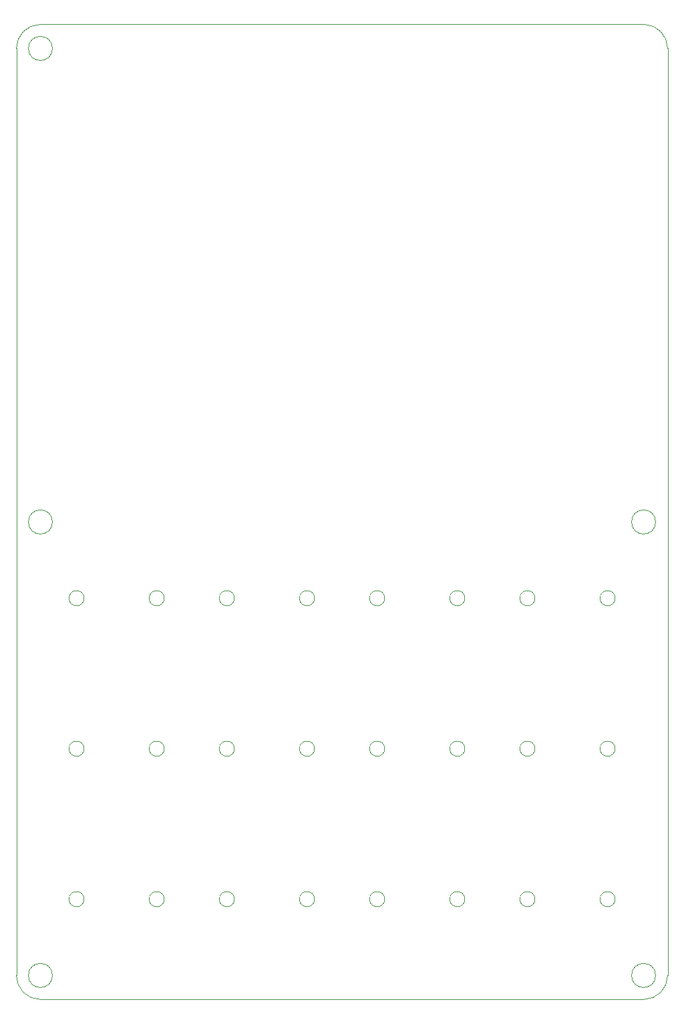
<source format=gm1>
%TF.GenerationSoftware,KiCad,Pcbnew,7.0.8*%
%TF.CreationDate,2024-07-17T11:45:19-04:00*%
%TF.ProjectId,analog-macropad,616e616c-6f67-42d6-9d61-63726f706164,v01*%
%TF.SameCoordinates,Original*%
%TF.FileFunction,Profile,NP*%
%FSLAX46Y46*%
G04 Gerber Fmt 4.6, Leading zero omitted, Abs format (unit mm)*
G04 Created by KiCad (PCBNEW 7.0.8) date 2024-07-17 11:45:19*
%MOMM*%
%LPD*%
G01*
G04 APERTURE LIST*
%TA.AperFunction,Profile*%
%ADD10C,0.025400*%
%TD*%
%TA.AperFunction,Profile*%
%ADD11C,0.100000*%
%TD*%
%TA.AperFunction,Profile*%
%ADD12C,0.050000*%
%TD*%
G04 APERTURE END LIST*
D10*
X101346000Y-155448000D02*
X177800000Y-155448000D01*
D11*
X102870000Y-35052000D02*
G75*
G03*
X102870000Y-35052000I-1524000J0D01*
G01*
D10*
X98298000Y-152400000D02*
G75*
G03*
X101346000Y-155448000I3048000J0D01*
G01*
X101346000Y-32004000D02*
X177799999Y-32004001D01*
D11*
X179324000Y-94996000D02*
G75*
G03*
X179324000Y-94996000I-1524000J0D01*
G01*
X179324000Y-152400000D02*
G75*
G03*
X179324000Y-152400000I-1524000J0D01*
G01*
X102870000Y-94996000D02*
G75*
G03*
X102870000Y-94996000I-1524000J0D01*
G01*
D10*
X177800000Y-155448000D02*
G75*
G03*
X180848000Y-152400000I0J3048000D01*
G01*
X180848000Y-152400000D02*
X180847999Y-35052001D01*
X101346000Y-32004000D02*
G75*
G03*
X98298000Y-35052000I0J-3048000D01*
G01*
D11*
X102870000Y-152400000D02*
G75*
G03*
X102870000Y-152400000I-1524000J0D01*
G01*
D10*
X98298000Y-35052000D02*
X98298000Y-152400000D01*
X180847999Y-35052001D02*
G75*
G03*
X177799999Y-32004001I-3047999J1D01*
G01*
D12*
%TO.C,U8*%
X144974471Y-104648000D02*
G75*
G03*
X144974471Y-104648000I-956471J0D01*
G01*
X155134471Y-104648000D02*
G75*
G03*
X155134471Y-104648000I-956471J0D01*
G01*
%TO.C,U13*%
X164024471Y-142748000D02*
G75*
G03*
X164024471Y-142748000I-956471J0D01*
G01*
X174184471Y-142748000D02*
G75*
G03*
X174184471Y-142748000I-956471J0D01*
G01*
%TO.C,U7*%
X125924471Y-142748000D02*
G75*
G03*
X125924471Y-142748000I-956471J0D01*
G01*
X136084471Y-142748000D02*
G75*
G03*
X136084471Y-142748000I-956471J0D01*
G01*
%TO.C,U3*%
X106874471Y-123698000D02*
G75*
G03*
X106874471Y-123698000I-956471J0D01*
G01*
X117034471Y-123698000D02*
G75*
G03*
X117034471Y-123698000I-956471J0D01*
G01*
%TO.C,U10*%
X144974471Y-142748000D02*
G75*
G03*
X144974471Y-142748000I-956471J0D01*
G01*
X155134471Y-142748000D02*
G75*
G03*
X155134471Y-142748000I-956471J0D01*
G01*
%TO.C,U9*%
X144974471Y-123698000D02*
G75*
G03*
X144974471Y-123698000I-956471J0D01*
G01*
X155134471Y-123698000D02*
G75*
G03*
X155134471Y-123698000I-956471J0D01*
G01*
%TO.C,U12*%
X164024471Y-123698000D02*
G75*
G03*
X164024471Y-123698000I-956471J0D01*
G01*
X174184471Y-123698000D02*
G75*
G03*
X174184471Y-123698000I-956471J0D01*
G01*
%TO.C,U2*%
X106875471Y-104648000D02*
G75*
G03*
X106875471Y-104648000I-956471J0D01*
G01*
X117035471Y-104648000D02*
G75*
G03*
X117035471Y-104648000I-956471J0D01*
G01*
%TO.C,U4*%
X106874471Y-142748000D02*
G75*
G03*
X106874471Y-142748000I-956471J0D01*
G01*
X117034471Y-142748000D02*
G75*
G03*
X117034471Y-142748000I-956471J0D01*
G01*
%TO.C,U6*%
X125924471Y-123698000D02*
G75*
G03*
X125924471Y-123698000I-956471J0D01*
G01*
X136084471Y-123698000D02*
G75*
G03*
X136084471Y-123698000I-956471J0D01*
G01*
%TO.C,U11*%
X164024471Y-104648000D02*
G75*
G03*
X164024471Y-104648000I-956471J0D01*
G01*
X174184471Y-104648000D02*
G75*
G03*
X174184471Y-104648000I-956471J0D01*
G01*
%TO.C,U5*%
X125924471Y-104648000D02*
G75*
G03*
X125924471Y-104648000I-956471J0D01*
G01*
X136084471Y-104648000D02*
G75*
G03*
X136084471Y-104648000I-956471J0D01*
G01*
%TD*%
M02*

</source>
